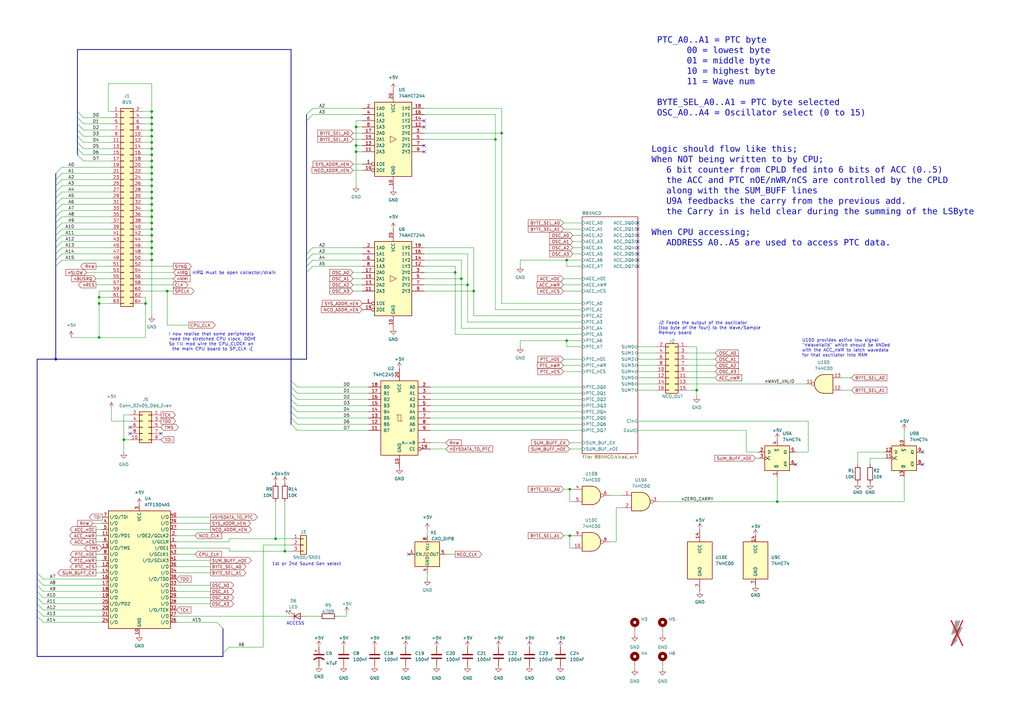
<source format=kicad_sch>
(kicad_sch (version 20250114) (generator "eeschema") (generator_version "9.0")
  (paper "A3")
  (text "Logic should flow like this;\nWhen NOT being written to by CPU;\n	6 bit counter from CPLD fed into 6 bits of ACC (0..5)\n	the ACC and PTC nOE/nWR/nCS are controlled by the CPLD\n	along with the SUM_BUFF lines\n	U9A feedbacks the carry from the previous add.\n	the Carry in is held clear during the summing of the LSByte\n\nWhen CPU accessing;\n	ADDRESS A0..A5 are used to access PTC data." (at 267.208 81.28 0) (effects (font (size 2.54 2.54)) (justify left)))
  (text "ACCESS" (at 121.158 255.778 0) (effects (font (size 1.27 1.27))))
  (text "U10D provides active low signal\n\"nWaveValid\" which should be ANDed\nwith the ACC_nWR to latch wavedata\nfor that oscillator into RAM" (at 328.93 142.748 0) (effects (font (size 1.27 1.27)) (justify left)))
  (text "1st or 2nd Sound Gen select" (at 125.73 231.394 0) (effects (font (size 1.27 1.27))))
  (text "nIRQ must be open collector/drain" (at 96.012 112.014 0) (effects (font (size 1.27 1.27))))
  (text "I now realise that some peripherals \nneed the stretched CPU clock, DOH!\nSo I'll mod wire the CPU_CLOCK on \nthe main CPU board to SP_CLK :(" (at 87.122 140.208 0) (effects (font (size 1.27 1.27))))
  (text "PTC_A0..A1 = PTC byte \n		00 = lowest byte\n		01 = middle byte\n		10 = highest byte\n		11 = Wave num\n\nBYTE_SEL_A0..A1 = PTC byte selected\nOSC_A0..A4 = Oscillator select (0 to 15)" (at 269.494 32.258 0) (effects (font (size 2.54 2.54)) (justify left)))
  (text "J2 Feeds the output of the oscillator \n(top byte of the four) to the Wave/Sample\nMemory board" (at 270.002 134.62 0) (effects (font (size 1.27 1.27)) (justify left)))
  (junction (at 62.23 58.42))
  (junction (at 62.23 106.68))
  (junction (at 191.77 116.84))
  (junction (at 62.23 55.88))
  (junction (at 62.23 81.28))
  (junction (at 62.23 88.9))
  (junction (at 62.23 91.44))
  (junction (at 62.23 93.98))
  (junction (at 62.23 66.04))
  (junction (at 146.05 52.07))
  (junction (at 22.86 147.32))
  (junction (at 40.64 121.92))
  (junction (at 62.23 83.82))
  (junction (at 194.31 119.38))
  (junction (at 62.23 78.74))
  (junction (at 62.23 104.14))
  (junction (at 68.58 119.38))
  (junction (at 62.23 60.96))
  (junction (at 285.75 160.02))
  (junction (at 113.03 220.98))
  (junction (at 59.69 124.46))
  (junction (at 62.23 73.66))
  (junction (at 205.74 54.61))
  (junction (at 233.68 219.71))
  (junction (at 186.69 111.76))
  (junction (at 62.23 53.34))
  (junction (at 62.23 96.52))
  (junction (at 318.77 205.74))
  (junction (at 50.8 180.34))
  (junction (at 62.23 45.72))
  (junction (at 40.64 138.43))
  (junction (at 62.23 101.6))
  (junction (at 146.05 59.69))
  (junction (at 232.41 106.68))
  (junction (at 62.23 48.26))
  (junction (at 189.23 114.3))
  (junction (at 62.23 99.06))
  (junction (at 40.64 124.46))
  (junction (at 116.84 226.06))
  (junction (at 62.23 71.12))
  (junction (at 146.05 62.23))
  (junction (at 62.23 86.36))
  (junction (at 62.23 68.58))
  (junction (at 62.23 63.5))
  (junction (at 233.68 200.66))
  (junction (at 232.41 139.7))
  (junction (at 203.2 57.15))
  (junction (at 62.23 50.8))
  (junction (at 62.23 76.2))
  (no_connect (at 261.62 93.98))
  (no_connect (at 173.99 59.69))
  (no_connect (at 138.43 316.23))
  (no_connect (at 326.39 190.5))
  (no_connect (at 173.99 62.23))
  (no_connect (at 261.62 96.52))
  (no_connect (at 173.99 49.53))
  (no_connect (at 167.64 227.33))
  (no_connect (at 53.34 177.8))
  (no_connect (at 261.62 91.44))
  (no_connect (at 66.04 177.8))
  (no_connect (at 261.62 109.22))
  (no_connect (at 173.99 52.07))
  (no_connect (at 261.62 104.14))
  (no_connect (at 261.62 106.68))
  (no_connect (at 378.46 190.5))
  (no_connect (at 378.46 185.42))
  (no_connect (at 261.62 101.6))
  (no_connect (at 261.62 99.06))
  (no_connect (at 53.34 175.26))
  (bus_entry (at 128.27 101.6) (size -2.54 2.54))
  (bus_entry (at 25.4 76.2) (size -2.54 2.54))
  (bus_entry (at 34.29 50.8) (size -2.54 -2.54))
  (bus_entry (at 25.4 104.14) (size -2.54 2.54))
  (bus_entry (at 25.4 91.44) (size -2.54 2.54))
  (bus_entry (at 17.78 250.19) (size -2.54 -2.54))
  (bus_entry (at 25.4 96.52) (size -2.54 2.54))
  (bus_entry (at 17.78 252.73) (size -2.54 -2.54))
  (bus_entry (at 34.29 53.34) (size -2.54 -2.54))
  (bus_entry (at 25.4 83.82) (size -2.54 2.54))
  (bus_entry (at 25.4 93.98) (size -2.54 2.54))
  (bus_entry (at 128.27 44.45) (size -2.54 2.54))
  (bus_entry (at 34.29 58.42) (size -2.54 -2.54))
  (bus_entry (at 34.29 48.26) (size -2.54 -2.54))
  (bus_entry (at 25.4 99.06) (size -2.54 2.54))
  (bus_entry (at 25.4 86.36) (size -2.54 2.54))
  (bus_entry (at 17.78 255.27) (size -2.54 -2.54))
  (bus_entry (at 34.29 60.96) (size -2.54 -2.54))
  (bus_entry (at 121.92 166.37) (size -2.54 -2.54))
  (bus_entry (at 121.92 163.83) (size -2.54 -2.54))
  (bus_entry (at 121.92 171.45) (size -2.54 -2.54))
  (bus_entry (at 17.78 245.11) (size -2.54 -2.54))
  (bus_entry (at 34.29 55.88) (size -2.54 -2.54))
  (bus_entry (at 121.92 176.53) (size -2.54 -2.54))
  (bus_entry (at 17.78 237.49) (size -2.54 -2.54))
  (bus_entry (at 88.9 255.27) (size 2.54 2.54))
  (bus_entry (at 25.4 81.28) (size -2.54 2.54))
  (bus_entry (at 121.92 158.75) (size -2.54 -2.54))
  (bus_entry (at 25.4 106.68) (size -2.54 2.54))
  (bus_entry (at 25.4 78.74) (size -2.54 2.54))
  (bus_entry (at 25.4 68.58) (size -2.54 2.54))
  (bus_entry (at 34.29 66.04) (size -2.54 -2.54))
  (bus_entry (at 17.78 247.65) (size -2.54 -2.54))
  (bus_entry (at 25.4 71.12) (size -2.54 2.54))
  (bus_entry (at 121.92 161.29) (size -2.54 -2.54))
  (bus_entry (at 25.4 88.9) (size -2.54 2.54))
  (bus_entry (at 25.4 101.6) (size -2.54 2.54))
  (bus_entry (at 128.27 46.99) (size -2.54 2.54))
  (bus_entry (at 121.92 173.99) (size -2.54 -2.54))
  (bus_entry (at 17.78 240.03) (size -2.54 -2.54))
  (bus_entry (at 17.78 242.57) (size -2.54 -2.54))
  (bus_entry (at 128.27 104.14) (size -2.54 2.54))
  (bus_entry (at 121.92 168.91) (size -2.54 -2.54))
  (bus_entry (at 34.29 63.5) (size -2.54 -2.54))
  (bus_entry (at 128.27 109.22) (size -2.54 2.54))
  (bus_entry (at 93.98 265.43) (size -2.54 2.54))
  (bus_entry (at 25.4 73.66) (size -2.54 2.54))
  (bus_entry (at 128.27 106.68) (size -2.54 2.54))
  (wire (pts (xy 260.35 259.08) (xy 260.35 260.35)))
  (wire (pts (xy 58.42 104.14) (xy 62.23 104.14)))
  (wire (pts (xy 191.77 116.84) (xy 191.77 132.08)))
  (wire (pts (xy 25.4 83.82) (xy 45.72 83.82)))
  (wire (pts (xy 281.94 160.02) (xy 285.75 160.02)))
  (wire (pts (xy 71.12 114.3) (xy 58.42 114.3)))
  (wire (pts (xy 34.29 55.88) (xy 45.72 55.88)))
  (wire (pts (xy 116.84 226.06) (xy 119.38 226.06)))
  (wire (pts (xy 25.4 86.36) (xy 45.72 86.36)))
  (wire (pts (xy 86.36 234.95) (xy 72.39 234.95)))
  (bus (pts (xy 91.44 267.97) (xy 91.44 269.24)))
  (wire (pts (xy 25.4 81.28) (xy 45.72 81.28)))
  (wire (pts (xy 34.29 58.42) (xy 45.72 58.42)))
  (wire (pts (xy 39.37 222.25) (xy 41.91 222.25)))
  (bus (pts (xy 15.24 269.24) (xy 15.24 252.73)))
  (bus (pts (xy 91.44 269.24) (xy 15.24 269.24)))
  (wire (pts (xy 231.14 200.66) (xy 233.68 200.66)))
  (wire (pts (xy 25.4 101.6) (xy 45.72 101.6)))
  (wire (pts (xy 144.78 119.38) (xy 148.59 119.38)))
  (wire (pts (xy 58.42 96.52) (xy 62.23 96.52)))
  (wire (pts (xy 261.62 144.78) (xy 269.24 144.78)))
  (bus (pts (xy 125.73 147.32) (xy 125.73 111.76)))
  (wire (pts (xy 345.44 154.94) (xy 349.25 154.94)))
  (wire (pts (xy 68.58 133.35) (xy 68.58 119.38)))
  (bus (pts (xy 119.38 161.29) (xy 119.38 163.83)))
  (wire (pts (xy 252.73 222.25) (xy 250.19 222.25)))
  (bus (pts (xy 22.86 96.52) (xy 22.86 93.98)))
  (bus (pts (xy 31.75 60.96) (xy 31.75 63.5)))
  (wire (pts (xy 318.77 195.58) (xy 318.77 205.74)))
  (wire (pts (xy 62.23 50.8) (xy 62.23 53.34)))
  (wire (pts (xy 144.78 57.15) (xy 148.59 57.15)))
  (bus (pts (xy 119.38 168.91) (xy 119.38 171.45)))
  (wire (pts (xy 234.95 99.06) (xy 238.76 99.06)))
  (bus (pts (xy 31.75 45.72) (xy 31.75 20.32)))
  (wire (pts (xy 173.99 54.61) (xy 205.74 54.61)))
  (bus (pts (xy 22.86 86.36) (xy 22.86 83.82)))
  (wire (pts (xy 232.41 109.22) (xy 232.41 106.68)))
  (wire (pts (xy 271.78 259.08) (xy 271.78 260.35)))
  (wire (pts (xy 62.23 83.82) (xy 62.23 86.36)))
  (wire (pts (xy 285.75 142.24) (xy 285.75 160.02)))
  (bus (pts (xy 22.86 78.74) (xy 22.86 76.2)))
  (wire (pts (xy 86.36 247.65) (xy 72.39 247.65)))
  (wire (pts (xy 71.12 109.22) (xy 58.42 109.22)))
  (wire (pts (xy 231.14 91.44) (xy 238.76 91.44)))
  (wire (pts (xy 146.05 62.23) (xy 146.05 59.69)))
  (wire (pts (xy 25.4 96.52) (xy 45.72 96.52)))
  (bus (pts (xy 119.38 20.32) (xy 119.38 156.21)))
  (wire (pts (xy 128.27 104.14) (xy 148.59 104.14)))
  (wire (pts (xy 121.92 158.75) (xy 151.13 158.75)))
  (wire (pts (xy 58.42 88.9) (xy 62.23 88.9)))
  (wire (pts (xy 281.94 152.4) (xy 293.37 152.4)))
  (wire (pts (xy 58.42 71.12) (xy 62.23 71.12)))
  (wire (pts (xy 146.05 52.07) (xy 148.59 52.07)))
  (wire (pts (xy 62.23 68.58) (xy 62.23 71.12)))
  (bus (pts (xy 15.24 237.49) (xy 15.24 240.03)))
  (wire (pts (xy 59.69 138.43) (xy 40.64 138.43)))
  (wire (pts (xy 62.23 48.26) (xy 62.23 50.8)))
  (wire (pts (xy 25.4 78.74) (xy 45.72 78.74)))
  (wire (pts (xy 25.4 91.44) (xy 45.72 91.44)))
  (wire (pts (xy 238.76 166.37) (xy 176.53 166.37)))
  (wire (pts (xy 285.75 160.02) (xy 285.75 162.56)))
  (wire (pts (xy 39.37 232.41) (xy 41.91 232.41)))
  (wire (pts (xy 182.88 227.33) (xy 186.69 227.33)))
  (wire (pts (xy 58.42 121.92) (xy 59.69 121.92)))
  (wire (pts (xy 121.92 168.91) (xy 151.13 168.91)))
  (wire (pts (xy 93.98 222.25) (xy 93.98 220.98)))
  (wire (pts (xy 35.56 111.76) (xy 45.72 111.76)))
  (wire (pts (xy 261.62 176.53) (xy 306.07 176.53)))
  (wire (pts (xy 261.62 172.72) (xy 331.47 172.72)))
  (wire (pts (xy 189.23 106.68) (xy 173.99 106.68)))
  (wire (pts (xy 205.74 44.45) (xy 205.74 54.61)))
  (wire (pts (xy 186.69 109.22) (xy 173.99 109.22)))
  (wire (pts (xy 39.37 114.3) (xy 45.72 114.3)))
  (wire (pts (xy 238.76 129.54) (xy 194.31 129.54)))
  (bus (pts (xy 119.38 166.37) (xy 119.38 168.91)))
  (wire (pts (xy 62.23 34.29) (xy 62.23 45.72)))
  (wire (pts (xy 17.78 237.49) (xy 41.91 237.49)))
  (wire (pts (xy 25.4 104.14) (xy 45.72 104.14)))
  (wire (pts (xy 17.78 247.65) (xy 41.91 247.65)))
  (wire (pts (xy 351.79 190.5) (xy 351.79 185.42)))
  (wire (pts (xy 271.78 273.05) (xy 271.78 274.32)))
  (wire (pts (xy 238.76 173.99) (xy 176.53 173.99)))
  (wire (pts (xy 173.99 101.6) (xy 194.31 101.6)))
  (bus (pts (xy 125.73 106.68) (xy 125.73 104.14)))
  (wire (pts (xy 261.62 147.32) (xy 269.24 147.32)))
  (bus (pts (xy 22.86 91.44) (xy 22.86 88.9)))
  (wire (pts (xy 238.76 142.24) (xy 232.41 142.24)))
  (wire (pts (xy 370.84 176.53) (xy 370.84 180.34)))
  (wire (pts (xy 182.88 181.61) (xy 176.53 181.61)))
  (wire (pts (xy 260.35 273.05) (xy 260.35 274.32)))
  (wire (pts (xy 138.43 252.73) (xy 142.24 252.73)))
  (wire (pts (xy 25.4 93.98) (xy 45.72 93.98)))
  (wire (pts (xy 62.23 58.42) (xy 62.23 60.96)))
  (wire (pts (xy 39.37 116.84) (xy 45.72 116.84)))
  (bus (pts (xy 22.86 106.68) (xy 22.86 104.14)))
  (wire (pts (xy 231.14 116.84) (xy 238.76 116.84)))
  (wire (pts (xy 17.78 252.73) (xy 41.91 252.73)))
  (wire (pts (xy 233.68 200.66) (xy 234.95 200.66)))
  (wire (pts (xy 45.72 119.38) (xy 40.64 119.38)))
  (wire (pts (xy 144.78 54.61) (xy 148.59 54.61)))
  (wire (pts (xy 121.92 173.99) (xy 151.13 173.99)))
  (wire (pts (xy 113.03 220.98) (xy 119.38 220.98)))
  (wire (pts (xy 93.98 226.06) (xy 116.84 226.06)))
  (wire (pts (xy 233.68 181.61) (xy 238.76 181.61)))
  (wire (pts (xy 238.76 168.91) (xy 176.53 168.91)))
  (wire (pts (xy 261.62 149.86) (xy 269.24 149.86)))
  (wire (pts (xy 86.36 217.17) (xy 72.39 217.17)))
  (wire (pts (xy 252.73 208.28) (xy 252.73 222.25)))
  (wire (pts (xy 318.77 205.74) (xy 370.84 205.74)))
  (wire (pts (xy 261.62 142.24) (xy 269.24 142.24)))
  (wire (pts (xy 232.41 106.68) (xy 213.36 106.68)))
  (wire (pts (xy 25.4 88.9) (xy 45.72 88.9)))
  (wire (pts (xy 58.42 91.44) (xy 62.23 91.44)))
  (wire (pts (xy 86.36 245.11) (xy 72.39 245.11)))
  (wire (pts (xy 144.78 114.3) (xy 148.59 114.3)))
  (wire (pts (xy 128.27 106.68) (xy 148.59 106.68)))
  (bus (pts (xy 119.38 158.75) (xy 119.38 161.29)))
  (wire (pts (xy 234.95 205.74) (xy 233.68 205.74)))
  (wire (pts (xy 17.78 245.11) (xy 41.91 245.11)))
  (wire (pts (xy 39.37 229.87) (xy 41.91 229.87)))
  (wire (pts (xy 17.78 240.03) (xy 41.91 240.03)))
  (wire (pts (xy 93.98 226.06) (xy 93.98 224.79)))
  (wire (pts (xy 44.45 34.29) (xy 62.23 34.29)))
  (wire (pts (xy 234.95 104.14) (xy 238.76 104.14)))
  (wire (pts (xy 58.42 55.88) (xy 62.23 55.88)))
  (wire (pts (xy 205.74 54.61) (xy 205.74 124.46)))
  (wire (pts (xy 62.23 106.68) (xy 62.23 104.14)))
  (wire (pts (xy 34.29 50.8) (xy 45.72 50.8)))
  (wire (pts (xy 173.99 119.38) (xy 194.31 119.38)))
  (wire (pts (xy 203.2 46.99) (xy 173.99 46.99)))
  (wire (pts (xy 281.94 142.24) (xy 285.75 142.24)))
  (wire (pts (xy 45.72 172.72) (xy 45.72 167.64)))
  (wire (pts (xy 203.2 127) (xy 203.2 57.15)))
  (wire (pts (xy 53.34 172.72) (xy 45.72 172.72)))
  (bus (pts (xy 31.75 48.26) (xy 31.75 50.8)))
  (wire (pts (xy 86.36 240.03) (xy 72.39 240.03)))
  (wire (pts (xy 93.98 265.43) (xy 107.95 265.43)))
  (wire (pts (xy 72.39 255.27) (xy 88.9 255.27)))
  (bus (pts (xy 91.44 257.81) (xy 91.44 267.97)))
  (wire (pts (xy 128.27 101.6) (xy 148.59 101.6)))
  (wire (pts (xy 72.39 252.73) (xy 118.11 252.73)))
  (wire (pts (xy 39.37 109.22) (xy 45.72 109.22)))
  (wire (pts (xy 58.42 119.38) (xy 68.58 119.38)))
  (wire (pts (xy 58.42 58.42) (xy 62.23 58.42)))
  (wire (pts (xy 58.42 116.84) (xy 71.12 116.84)))
  (wire (pts (xy 40.64 121.92) (xy 40.64 124.46)))
  (wire (pts (xy 58.42 78.74) (xy 62.23 78.74)))
  (wire (pts (xy 77.47 133.35) (xy 68.58 133.35)))
  (bus (pts (xy 15.24 250.19) (xy 15.24 252.73)))
  (bus (pts (xy 22.86 109.22) (xy 22.86 147.32)))
  (wire (pts (xy 62.23 53.34) (xy 62.23 55.88)))
  (bus (pts (xy 22.86 109.22) (xy 22.86 106.68)))
  (wire (pts (xy 58.42 101.6) (xy 62.23 101.6)))
  (wire (pts (xy 125.73 252.73) (xy 130.81 252.73)))
  (wire (pts (xy 58.42 99.06) (xy 62.23 99.06)))
  (bus (pts (xy 31.75 20.32) (xy 119.38 20.32)))
  (wire (pts (xy 146.05 59.69) (xy 146.05 52.07)))
  (wire (pts (xy 116.84 205.74) (xy 116.84 226.06)))
  (bus (pts (xy 22.86 93.98) (xy 22.86 91.44)))
  (bus (pts (xy 22.86 99.06) (xy 22.86 96.52)))
  (wire (pts (xy 53.34 180.34) (xy 50.8 180.34)))
  (wire (pts (xy 62.23 101.6) (xy 62.23 99.06)))
  (wire (pts (xy 59.69 124.46) (xy 59.69 138.43)))
  (wire (pts (xy 121.92 161.29) (xy 151.13 161.29)))
  (wire (pts (xy 146.05 76.2) (xy 146.05 62.23)))
  (wire (pts (xy 25.4 68.58) (xy 45.72 68.58)))
  (wire (pts (xy 72.39 224.79) (xy 93.98 224.79)))
  (wire (pts (xy 58.42 66.04) (xy 62.23 66.04)))
  (wire (pts (xy 62.23 78.74) (xy 62.23 81.28)))
  (wire (pts (xy 39.37 234.95) (xy 41.91 234.95)))
  (wire (pts (xy 331.47 172.72) (xy 331.47 185.42)))
  (wire (pts (xy 62.23 45.72) (xy 58.42 45.72)))
  (wire (pts (xy 146.05 52.07) (xy 146.05 49.53)))
  (wire (pts (xy 58.42 81.28) (xy 62.23 81.28)))
  (wire (pts (xy 62.23 45.72) (xy 62.23 48.26)))
  (wire (pts (xy 281.94 154.94) (xy 293.37 154.94)))
  (bus (pts (xy 22.86 76.2) (xy 22.86 73.66)))
  (wire (pts (xy 40.64 124.46) (xy 40.64 138.43)))
  (wire (pts (xy 25.4 73.66) (xy 45.72 73.66)))
  (wire (pts (xy 62.23 106.68) (xy 62.23 129.54)))
  (wire (pts (xy 62.23 55.88) (xy 62.23 58.42)))
  (wire (pts (xy 309.88 187.96) (xy 311.15 187.96)))
  (wire (pts (xy 306.07 185.42) (xy 311.15 185.42)))
  (wire (pts (xy 113.03 205.74) (xy 113.03 220.98)))
  (wire (pts (xy 191.77 116.84) (xy 191.77 104.14)))
  (wire (pts (xy 231.14 147.32) (xy 238.76 147.32)))
  (wire (pts (xy 62.23 60.96) (xy 62.23 63.5)))
  (wire (pts (xy 281.94 157.48) (xy 330.2 157.48)))
  (wire (pts (xy 281.94 149.86) (xy 293.37 149.86)))
  (wire (pts (xy 58.42 76.2) (xy 62.23 76.2)))
  (wire (pts (xy 34.29 53.34) (xy 45.72 53.34)))
  (wire (pts (xy 186.69 111.76) (xy 186.69 109.22)))
  (wire (pts (xy 86.36 229.87) (xy 72.39 229.87)))
  (wire (pts (xy 194.31 119.38) (xy 194.31 101.6)))
  (wire (pts (xy 238.76 176.53) (xy 176.53 176.53)))
  (wire (pts (xy 186.69 137.16) (xy 238.76 137.16)))
  (bus (pts (xy 15.24 234.95) (xy 15.24 237.49)))
  (wire (pts (xy 58.42 106.68) (xy 62.23 106.68)))
  (wire (pts (xy 142.24 251.46) (xy 142.24 252.73)))
  (bus (pts (xy 15.24 147.32) (xy 15.24 234.95)))
  (wire (pts (xy 86.36 214.63) (xy 72.39 214.63)))
  (bus (pts (xy 15.24 240.03) (xy 15.24 242.57)))
  (wire (pts (xy 281.94 147.32) (xy 293.37 147.32)))
  (wire (pts (xy 189.23 114.3) (xy 189.23 106.68)))
  (bus (pts (xy 22.86 81.28) (xy 22.86 78.74)))
  (wire (pts (xy 62.23 93.98) (xy 62.23 91.44)))
  (wire (pts (xy 186.69 111.76) (xy 186.69 137.16)))
  (wire (pts (xy 233.68 184.15) (xy 238.76 184.15)))
  (wire (pts (xy 173.99 116.84) (xy 191.77 116.84)))
  (wire (pts (xy 173.99 44.45) (xy 205.74 44.45)))
  (wire (pts (xy 128.27 46.99) (xy 148.59 46.99)))
  (wire (pts (xy 231.14 119.38) (xy 238.76 119.38)))
  (wire (pts (xy 233.68 205.74) (xy 233.68 200.66)))
  (wire (pts (xy 58.42 86.36) (xy 62.23 86.36)))
  (wire (pts (xy 25.4 71.12) (xy 45.72 71.12)))
  (wire (pts (xy 62.23 66.04) (xy 62.23 68.58)))
  (wire (pts (xy 238.76 106.68) (xy 232.41 106.68)))
  (wire (pts (xy 25.4 106.68) (xy 45.72 106.68)))
  (bus (pts (xy 22.86 104.14) (xy 22.86 101.6)))
  (wire (pts (xy 50.8 180.34) (xy 50.8 170.18)))
  (wire (pts (xy 40.64 119.38) (xy 40.64 121.92)))
  (wire (pts (xy 121.92 176.53) (xy 151.13 176.53)))
  (wire (pts (xy 86.36 242.57) (xy 72.39 242.57)))
  (wire (pts (xy 238.76 127) (xy 203.2 127)))
  (wire (pts (xy 146.05 62.23) (xy 148.59 62.23)))
  (wire (pts (xy 62.23 99.06) (xy 62.23 96.52)))
  (wire (pts (xy 306.07 176.53) (xy 306.07 185.42)))
  (wire (pts (xy 261.62 157.48) (xy 269.24 157.48)))
  (wire (pts (xy 213.36 139.7) (xy 213.36 142.24)))
  (wire (pts (xy 62.23 63.5) (xy 62.23 66.04)))
  (wire (pts (xy 270.51 205.74) (xy 318.77 205.74)))
  (wire (pts (xy 62.23 86.36) (xy 62.23 88.9)))
  (wire (pts (xy 238.76 171.45) (xy 176.53 171.45)))
  (wire (pts (xy 121.92 163.83) (xy 151.13 163.83)))
  (wire (pts (xy 238.76 132.08) (xy 191.77 132.08)))
  (bus (pts (xy 22.86 73.66) (xy 22.86 71.12)))
  (wire (pts (xy 45.72 121.92) (xy 40.64 121.92)))
  (wire (pts (xy 39.37 227.33) (xy 41.91 227.33)))
  (wire (pts (xy 173.99 114.3) (xy 189.23 114.3)))
  (bus (pts (xy 119.38 156.21) (xy 119.38 158.75)))
  (bus (pts (xy 31.75 53.34) (xy 31.75 55.88)))
  (wire (pts (xy 39.37 219.71) (xy 41.91 219.71)))
  (wire (pts (xy 232.41 142.24) (xy 232.41 139.7)))
  (wire (pts (xy 62.23 73.66) (xy 62.23 76.2)))
  (wire (pts (xy 356.87 187.96) (xy 356.87 190.5)))
  (wire (pts (xy 58.42 93.98) (xy 62.23 93.98)))
  (wire (pts (xy 34.29 48.26) (xy 45.72 48.26)))
  (wire (pts (xy 58.42 48.26) (xy 62.23 48.26)))
  (wire (pts (xy 58.42 73.66) (xy 62.23 73.66)))
  (bus (pts (xy 125.73 109.22) (xy 125.73 106.68)))
  (bus (pts (xy 15.24 245.11) (xy 15.24 247.65)))
  (wire (pts (xy 363.22 187.96) (xy 356.87 187.96)))
  (wire (pts (xy 58.42 83.82) (xy 62.23 83.82)))
  (wire (pts (xy 17.78 242.57) (xy 41.91 242.57)))
  (wire (pts (xy 50.8 170.18) (xy 53.34 170.18)))
  (wire (pts (xy 261.62 152.4) (xy 269.24 152.4)))
  (wire (pts (xy 238.76 158.75) (xy 176.53 158.75)))
  (wire (pts (xy 93.98 220.98) (xy 113.03 220.98)))
  (wire (pts (xy 62.23 104.14) (xy 62.23 101.6)))
  (wire (pts (xy 331.47 185.42) (xy 326.39 185.42)))
  (wire (pts (xy 238.76 139.7) (xy 232.41 139.7)))
  (wire (pts (xy 39.37 217.17) (xy 41.91 217.17)))
  (wire (pts (xy 203.2 57.15) (xy 203.2 46.99)))
  (wire (pts (xy 281.94 144.78) (xy 293.37 144.78)))
  (wire (pts (xy 144.78 116.84) (xy 148.59 116.84)))
  (bus (pts (xy 119.38 163.83) (xy 119.38 166.37)))
  (wire (pts (xy 40.64 124.46) (xy 45.72 124.46)))
  (wire (pts (xy 80.01 227.33) (xy 72.39 227.33)))
  (wire (pts (xy 121.92 166.37) (xy 151.13 166.37)))
  (bus (pts (xy 125.73 49.53) (xy 125.73 104.14)))
  (wire (pts (xy 351.79 185.42) (xy 363.22 185.42)))
  (wire (pts (xy 234.95 224.79) (xy 233.68 224.79)))
  (wire (pts (xy 71.12 111.76) (xy 58.42 111.76)))
  (wire (pts (xy 107.95 223.52) (xy 107.95 265.43)))
  (wire (pts (xy 146.05 49.53) (xy 148.59 49.53)))
  (bus (pts (xy 31.75 55.88) (xy 31.75 58.42)))
  (wire (pts (xy 68.58 119.38) (xy 71.12 119.38)))
  (bus (pts (xy 31.75 50.8) (xy 31.75 53.34)))
  (wire (pts (xy 58.42 124.46) (xy 59.69 124.46)))
  (wire (pts (xy 58.42 60.96) (xy 62.23 60.96)))
  (bus (pts (xy 125.73 111.76) (xy 125.73 109.22)))
  (wire (pts (xy 121.92 171.45) (xy 151.13 171.45)))
  (bus (pts (xy 15.24 242.57) (xy 15.24 245.11)))
  (wire (pts (xy 25.4 99.06) (xy 45.72 99.06)))
  (bus (pts (xy 22.86 83.82) (xy 22.86 81.28)))
  (wire (pts (xy 34.29 66.04) (xy 45.72 66.04)))
  (wire (pts (xy 238.76 161.29) (xy 176.53 161.29)))
  (wire (pts (xy 17.78 250.19) (xy 41.91 250.19)))
  (wire (pts (xy 173.99 57.15) (xy 203.2 57.15)))
  (bus (pts (xy 125.73 46.99) (xy 125.73 49.53)))
  (wire (pts (xy 231.14 93.98) (xy 238.76 93.98)))
  (wire (pts (xy 62.23 81.28) (xy 62.23 83.82)))
  (wire (pts (xy 205.74 124.46) (xy 238.76 124.46)))
  (wire (pts (xy 234.95 101.6) (xy 238.76 101.6)))
  (wire (pts (xy 191.77 104.14) (xy 173.99 104.14)))
  (wire (pts (xy 233.68 224.79) (xy 233.68 219.71)))
  (wire (pts (xy 34.29 60.96) (xy 45.72 60.96)))
  (wire (pts (xy 62.23 76.2) (xy 62.23 78.74)))
  (wire (pts (xy 25.4 76.2) (xy 45.72 76.2)))
  (wire (pts (xy 44.45 45.72) (xy 44.45 34.29)))
  (bus (pts (xy 119.38 171.45) (xy 119.38 173.99)))
  (wire (pts (xy 232.41 139.7) (xy 213.36 139.7)))
  (wire (pts (xy 128.27 44.45) (xy 148.59 44.45)))
  (wire (pts (xy 80.01 219.71) (xy 72.39 219.71)))
  (wire (pts (xy 189.23 134.62) (xy 238.76 134.62)))
  (wire (pts (xy 107.95 223.52) (xy 119.38 223.52)))
  (wire (pts (xy 175.26 234.95) (xy 175.26 237.49)))
  (wire (pts (xy 175.26 217.17) (xy 175.26 219.71)))
  (wire (pts (xy 59.69 121.92) (xy 59.69 124.46)))
  (wire (pts (xy 58.42 50.8) (xy 62.23 50.8)))
  (bus (pts (xy 22.86 88.9) (xy 22.86 86.36)))
  (wire (pts (xy 50.8 185.42) (xy 50.8 180.34)))
  (wire (pts (xy 144.78 67.31) (xy 148.59 67.31)))
  (wire (pts (xy 238.76 109.22) (xy 232.41 109.22)))
  (wire (pts (xy 146.05 59.69) (xy 148.59 59.69)))
  (wire (pts (xy 238.76 163.83) (xy 176.53 163.83)))
  (wire (pts (xy 231.14 149.86) (xy 238.76 149.86)))
  (wire (pts (xy 194.31 119.38) (xy 194.31 129.54)))
  (wire (pts (xy 233.68 219.71) (xy 234.95 219.71)))
  (bus (pts (xy 22.86 101.6) (xy 22.86 99.06)))
  (bus (pts (xy 15.24 147.32) (xy 22.86 147.32)))
  (wire (pts (xy 58.42 68.58) (xy 62.23 68.58)))
  (wire (pts (xy 370.84 195.58) (xy 370.84 205.74)))
  (wire (pts (xy 86.36 232.41) (xy 72.39 232.41)))
  (wire (pts (xy 58.42 63.5) (xy 62.23 63.5)))
  (wire (pts (xy 255.27 208.28) (xy 252.73 208.28)))
  (wire (pts (xy 45.72 45.72) (xy 44.45 45.72)))
  (wire (pts (xy 17.78 255.27) (xy 41.91 255.27)))
  (wire (pts (xy 62.23 96.52) (xy 62.23 93.98)))
  (wire (pts (xy 234.95 96.52) (xy 238.76 96.52)))
  (wire (pts (xy 189.23 114.3) (xy 189.23 134.62)))
  (wire (pts (xy 213.36 106.68) (xy 213.36 109.22)))
  (wire (pts (xy 38.1 214.63) (xy 41.91 214.63)))
  (wire (pts (xy 144.78 69.85) (xy 148.59 69.85)))
  (bus (pts (xy 31.75 45.72) (xy 31.75 48.26)))
  (wire (pts (xy 62.23 88.9) (xy 62.23 91.44)))
  (wire (pts (xy 261.62 154.94) (xy 269.24 154.94)))
  (wire (pts (xy 40.64 138.43) (xy 29.21 138.43)))
  (bus (pts (xy 22.86 147.32) (xy 125.73 147.32)))
  (wire (pts (xy 345.44 160.02) (xy 349.25 160.02)))
  (wire (pts (xy 58.42 53.34) (xy 62.23 53.34)))
  (wire (pts (xy 231.14 114.3) (xy 238.76 114.3)))
  (wire (pts (xy 34.29 63.5) (xy 45.72 63.5)))
  (wire (pts (xy 261.62 160.02) (xy 269.24 160.02)))
  (wire (pts (xy 231.14 219.71) (xy 233.68 219.71)))
  (wire (pts (xy 231.14 152.4) (xy 238.76 152.4)))
  (wire (pts (xy 72.39 212.09) (xy 86.36 212.09)))
  (wire (pts (xy 182.88 184.15) (xy 176.53 184.15)))
  (wire (pts (xy 173.99 111.76) (xy 186.69 111.76)))
  (wire (pts (xy 62.23 71.12) (xy 62.23 73.66)))
  (wire (pts (xy 72.39 222.25) (xy 93.98 222.25)))
  (bus (pts (xy 31.75 58.42) (xy 31.75 60.96)))
  (wire (pts (xy 144.78 111.76) (xy 148.59 111.76)))
  (bus (pts (xy 15.24 247.65) (xy 15.24 250.19)))
  (wire (pts (xy 128.27 109.22) (xy 148.59 109.22)))
  (wire (pts (xy 250.19 203.2) (xy 255.27 203.2)))
  (label "D4" (at 40.64 58.42 180))
  (label "A6" (at 30.48 83.82 180))
  (label "D0" (at 40.64 48.26 180))
  (label "A4" (at 133.35 106.68 180))
  (label "D5" (at 40.64 60.96 180))
  (label "A8" (at 30.48 88.9 180))
  (label "D7" (at 143.51 176.53 180))
  (label "A14" (at 22.86 255.27 180))
  (label "D3" (at 143.51 166.37 180))
  (label "D0" (at 143.51 158.75 180))
  (label "A6" (at 100.33 265.43 180))
  (label "D2" (at 143.51 163.83 180))
  (label "A2" (at 133.35 101.6 180))
  (label "A10" (at 30.48 93.98 180))
  (label "A12" (at 22.86 250.19 180))
  (label "A5" (at 30.48 81.28 180))
  (label "A2" (at 133.35 44.45 180))
  (label "A14" (at 30.48 104.14 180))
  (label "nWAVE_VALID" (at 313.69 157.48 0))
  (label "A11" (at 30.48 96.52 180))
  (label "A13" (at 22.86 252.73 180))
  (label "A12" (at 30.48 99.06 180))
  (label "D6" (at 40.64 63.5 180))
  (label "D4" (at 143.51 168.91 180))
  (label "A8" (at 22.86 240.03 180))
  (label "D1" (at 143.51 161.29 180))
  (label "A4" (at 30.48 78.74 180))
  (label "A10" (at 22.86 245.11 180))
  (label "A7" (at 30.48 86.36 180))
  (label "A9" (at 22.86 242.57 180))
  (label "D6" (at 143.51 173.99 180))
  (label "A0" (at 30.48 68.58 180))
  (label "A7" (at 22.86 237.49 180))
  (label "A15" (at 30.48 106.68 180))
  (label "A11" (at 22.86 247.65 180))
  (label "A13" (at 30.48 101.6 180))
  (label "A3" (at 133.35 104.14 180))
  (label "D7" (at 40.64 66.04 180))
  (label "D3" (at 40.64 55.88 180))
  (label "A3" (at 133.35 46.99 180))
  (label "D2" (at 40.64 53.34 180))
  (label "D5" (at 143.51 171.45 180))
  (label "D1" (at 40.64 50.8 180))
  (label "A1" (at 30.48 71.12 180))
  (label "A2" (at 30.48 73.66 180))
  (label "A15" (at 82.55 255.27 180))
  (label "A3" (at 30.48 76.2 180))
  (label "nZERO_CARRY" (at 279.4 205.74 0))
  (label "A9" (at 30.48 91.44 180))
  (label "A5" (at 133.35 109.22 180))
  (global_label "BYTE_SEL_A1" (shape input) (at 349.25 160.02 0) (property "Intersheetrefs" "${INTERSHEET_REFS}" (effects (hide yes))))
  (global_label "NCO_ADDR_nEN" (shape input) (at 144.78 69.85 180) (property "Intersheetrefs" "${INTERSHEET_REFS}" (effects (hide yes))))
  (global_label "BYTE_SEL_A0" (shape input) (at 231.14 91.44 180) (property "Intersheetrefs" "${INTERSHEET_REFS}" (effects (hide yes))))
  (global_label "OSC_A1" (shape input) (at 144.78 114.3 180) (property "Intersheetrefs" "${INTERSHEET_REFS}" (effects (hide yes))))
  (global_label "ACC_nWR" (shape input) (at 231.14 116.84 180) (property "Intersheetrefs" "${INTERSHEET_REFS}" (effects (hide yes))))
  (global_label "TCK" (shape input) (at 72.39 250.19 0) (property "Intersheetrefs" "${INTERSHEET_REFS}" (effects (hide yes))))
  (global_label "BYTE_SEL_A1" (shape input) (at 231.14 219.71 180) (property "Intersheetrefs" "${INTERSHEET_REFS}" (effects (hide yes))))
  (global_label "NCO_ADDR_nEN" (shape output) (at 86.36 217.17 0) (property "Intersheetrefs" "${INTERSHEET_REFS}" (effects (hide yes))))
  (global_label "CPU_CLK" (shape input) (at 80.01 227.33 0) (property "Intersheetrefs" "${INTERSHEET_REFS}" (effects (hide yes))))
  (global_label "TDO" (shape input) (at 72.39 237.49 0) (property "Intersheetrefs" "${INTERSHEET_REFS}" (effects (hide yes))))
  (global_label "OSC_A3" (shape output) (at 86.36 247.65 0) (property "Intersheetrefs" "${INTERSHEET_REFS}" (effects (hide yes))))
  (global_label "TMS" (shape bidirectional) (at 66.04 175.26 0) (property "Intersheetrefs" "${INTERSHEET_REFS}" (effects (hide yes))))
  (global_label "SUM_BUFF_nOE" (shape output) (at 86.36 229.87 0) (property "Intersheetrefs" "${INTERSHEET_REFS}" (effects (hide yes))))
  (global_label "BYTE_SEL_A1" (shape output) (at 86.36 234.95 0) (property "Intersheetrefs" "${INTERSHEET_REFS}" (effects (hide yes))))
  (global_label "PTC_nWR" (shape input) (at 231.14 149.86 180) (property "Intersheetrefs" "${INTERSHEET_REFS}" (effects (hide yes))))
  (global_label "nSYSDATA_TO_PTC" (shape output) (at 86.36 212.09 0) (property "Intersheetrefs" "${INTERSHEET_REFS}" (effects (hide yes))))
  (global_label "TCK" (shape output) (at 66.04 170.18 0) (property "Intersheetrefs" "${INTERSHEET_REFS}" (effects (hide yes))))
  (global_label "BYTE_SEL_A1" (shape input) (at 231.14 93.98 180) (property "Intersheetrefs" "${INTERSHEET_REFS}" (effects (hide yes))))
  (global_label "TDO" (shape output) (at 66.04 172.72 0) (property "Intersheetrefs" "${INTERSHEET_REFS}" (effects (hide yes))))
  (global_label "OSC_A2" (shape input) (at 234.95 101.6 180) (property "Intersheetrefs" "${INTERSHEET_REFS}" (effects (hide yes))))
  (global_label "nBUSRQ" (shape input) (at 39.37 114.3 180) (property "Intersheetrefs" "${INTERSHEET_REFS}" (effects (hide yes))))
  (global_label "OSC_A2" (shape input) (at 293.37 149.86 0) (property "Intersheetrefs" "${INTERSHEET_REFS}" (effects (hide yes))))
  (global_label "CPU_CLK" (shape output) (at 77.47 133.35 0) (property "Intersheetrefs" "${INTERSHEET_REFS}" (effects (hide yes))))
  (global_label "OSC_A0" (shape input) (at 144.78 111.76 180) (property "Intersheetrefs" "${INTERSHEET_REFS}" (effects (hide yes))))
  (global_label "SYS_ADDR_nEN" (shape input) (at 144.78 67.31 180) (property "Intersheetrefs" "${INTERSHEET_REFS}" (effects (hide yes))))
  (global_label "TMS" (shape bidirectional) (at 41.91 224.79 180) (property "Intersheetrefs" "${INTERSHEET_REFS}" (effects (hide yes))))
  (global_label "ACC_nWR" (shape input) (at 293.37 154.94 0) (property "Intersheetrefs" "${INTERSHEET_REFS}" (effects (hide yes))))
  (global_label "OSC_A2" (shape input) (at 144.78 116.84 180) (property "Intersheetrefs" "${INTERSHEET_REFS}" (effects (hide yes))))
  (global_label "BYTE_SEL_A0" (shape input) (at 349.25 154.94 0) (property "Intersheetrefs" "${INTERSHEET_REFS}" (effects (hide yes))))
  (global_label "CLK" (shape output) (at 71.12 116.84 0) (property "Intersheetrefs" "${INTERSHEET_REFS}" (effects (hide yes))))
  (global_label "SUM_BUFF_CK" (shape output) (at 39.37 234.95 180) (property "Intersheetrefs" "${INTERSHEET_REFS}" (effects (hide yes))))
  (global_label "OSC_A3" (shape input) (at 293.37 152.4 0) (property "Intersheetrefs" "${INTERSHEET_REFS}" (effects (hide yes))))
  (global_label "nSLOW" (shape input) (at 35.56 111.76 180) (property "Intersheetrefs" "${INTERSHEET_REFS}" (effects (hide yes))))
  (global_label "BYTE_SEL_A0" (shape input) (at 144.78 54.61 180) (property "Intersheetrefs" "${INTERSHEET_REFS}" (effects (hide yes))))
  (global_label "RnW" (shape input) (at 38.1 214.63 180) (property "Intersheetrefs" "${INTERSHEET_REFS}" (effects (hide yes))))
  (global_label "ACC_nCS" (shape input) (at 231.14 119.38 180) (property "Intersheetrefs" "${INTERSHEET_REFS}" (effects (hide yes))))
  (global_label "OSC_A0" (shape output) (at 86.36 240.03 0) (property "Intersheetrefs" "${INTERSHEET_REFS}" (effects (hide yes))))
  (global_label "OSC_A2" (shape output) (at 86.36 245.11 0) (property "Intersheetrefs" "${INTERSHEET_REFS}" (effects (hide yes))))
  (global_label "PTC_nCS" (shape output) (at 39.37 232.41 180) (property "Intersheetrefs" "${INTERSHEET_REFS}" (effects (hide yes))))
  (global_label "nSYSDATA_TO_PTC" (shape input) (at 182.88 184.15 0) (property "Intersheetrefs" "${INTERSHEET_REFS}" (effects (hide yes))))
  (global_label "ACC_nOE" (shape output) (at 39.37 217.17 180) (property "Intersheetrefs" "${INTERSHEET_REFS}" (effects (hide yes))))
  (global_label "nNMI" (shape input) (at 71.12 114.3 0) (property "Intersheetrefs" "${INTERSHEET_REFS}" (effects (hide yes))))
  (global_label "ACC_nWR" (shape output) (at 39.37 219.71 180) (property "Intersheetrefs" "${INTERSHEET_REFS}" (effects (hide yes))))
  (global_label "SUM_BUFF_nOE" (shape input) (at 233.68 184.15 180) (property "Intersheetrefs" "${INTERSHEET_REFS}" (effects (hide yes))))
  (global_label "SUM_BUFF_CK" (shape input) (at 233.68 181.61 180) (property "Intersheetrefs" "${INTERSHEET_REFS}" (effects (hide yes))))
  (global_label "NCO_CLK" (shape input) (at 80.01 219.71 0) (property "Intersheetrefs" "${INTERSHEET_REFS}" (effects (hide yes))))
  (global_label "RnW" (shape output) (at 39.37 109.22 180) (property "Intersheetrefs" "${INTERSHEET_REFS}" (effects (hide yes))))
  (global_label "NCO_ADDR_nEN" (shape input) (at 148.59 127 180) (property "Intersheetrefs" "${INTERSHEET_REFS}" (effects (hide yes))))
  (global_label "nIRQ" (shape input) (at 71.12 111.76 0) (property "Intersheetrefs" "${INTERSHEET_REFS}" (effects (hide yes))))
  (global_label "OSC_A0" (shape input) (at 234.95 96.52 180) (property "Intersheetrefs" "${INTERSHEET_REFS}" (effects (hide yes))))
  (global_label "ACC_nCS" (shape output) (at 39.37 222.25 180) (property "Intersheetrefs" "${INTERSHEET_REFS}" (effects (hide yes))))
  (global_label "SYNQ" (shape output) (at 71.12 109.22 0) (property "Intersheetrefs" "${INTERSHEET_REFS}" (effects (hide yes))))
  (global_label "OSC_A1" (shape output) (at 86.36 242.57 0) (property "Intersheetrefs" "${INTERSHEET_REFS}" (effects (hide yes))))
  (global_label "TDI" (shape output) (at 41.91 212.09 180) (property "Intersheetrefs" "${INTERSHEET_REFS}" (effects (hide yes))))
  (global_label "OSC_A1" (shape input) (at 293.37 147.32 0) (property "Intersheetrefs" "${INTERSHEET_REFS}" (effects (hide yes))))
  (global_label "TDI" (shape input) (at 66.04 180.34 0) (property "Intersheetrefs" "${INTERSHEET_REFS}" (effects (hide yes))))
  (global_label "BYTE_SEL_A0" (shape output) (at 86.36 232.41 0) (property "Intersheetrefs" "${INTERSHEET_REFS}" (effects (hide yes))))
  (global_label "SYS_ADDR_nEN" (shape input) (at 148.59 124.46 180) (property "Intersheetrefs" "${INTERSHEET_REFS}" (effects (hide yes))))
  (global_label "PTC_nOE" (shape input) (at 231.14 147.32 180) (property "Intersheetrefs" "${INTERSHEET_REFS}" (effects (hide yes))))
  (global_label "NCO_CLK" (shape output) (at 186.69 227.33 0) (property "Intersheetrefs" "${INTERSHEET_REFS}" (effects (hide yes))))
  (global_label "BYTE_SEL_A1" (shape input) (at 144.78 57.15 180) (property "Intersheetrefs" "${INTERSHEET_REFS}" (effects (hide yes))))
  (global_label "OSC_A0" (shape input) (at 293.37 144.78 0) (property "Intersheetrefs" "${INTERSHEET_REFS}" (effects (hide yes))))
  (global_label "SYS_ADDR_nEN" (shape output) (at 86.36 214.63 0) (property "Intersheetrefs" "${INTERSHEET_REFS}" (effects (hide yes))))
  (global_label "PTC_nCS" (shape input) (at 231.14 152.4 180) (property "Intersheetrefs" "${INTERSHEET_REFS}" (effects (hide yes))))
  (global_label "OSC_A3" (shape input) (at 234.95 104.14 180) (property "Intersheetrefs" "${INTERSHEET_REFS}" (effects (hide yes))))
  (global_label "nRES" (shape output) (at 39.37 116.84 180) (property "Intersheetrefs" "${INTERSHEET_REFS}" (effects (hide yes))))
  (global_label "SUM_BUFF_nOE" (shape input) (at 309.88 187.96 180) (property "Intersheetrefs" "${INTERSHEET_REFS}" (effects (hide yes))))
  (global_label "OSC_A1" (shape input) (at 234.95 99.06 180) (property "Intersheetrefs" "${INTERSHEET_REFS}" (effects (hide yes))))
  (global_label "PTC_nOE" (shape output) (at 39.37 227.33 180) (property "Intersheetrefs" "${INTERSHEET_REFS}" (effects (hide yes))))
  (global_label "SPCLK" (shape output) (at 71.12 119.38 0) (property "Intersheetrefs" "${INTERSHEET_REFS}" (effects (hide yes))))
  (global_label "RnW" (shape input) (at 182.88 181.61 0) (property "Intersheetrefs" "${INTERSHEET_REFS}" (effects (hide yes))))
  (global_label "ACC_nOE" (shape input) (at 231.14 114.3 180) (property "Intersheetrefs" "${INTERSHEET_REFS}" (effects (hide yes))))
  (global_label "OSC_A3" (shape input) (at 144.78 119.38 180) (property "Intersheetrefs" "${INTERSHEET_REFS}" (effects (hide yes))))
  (global_label "PTC_nWR" (shape output) (at 39.37 229.87 180) (property "Intersheetrefs" "${INTERSHEET_REFS}" (effects (hide yes))))
  (global_label "BYTE_SEL_A0" (shape input) (at 231.14 200.66 180) (property "Intersheetrefs" "${INTERSHEET_REFS}" (effects (hide yes))))
  (symbol (lib_id "Device:C") (at 191.77 269.24 0) (unit 1)
    (property "Reference" "C21" (at 195.58 267.9699 0) (effects (justify left)))
    (property "Value" "100nF" (at 195.58 270.5099 0) (effects (justify left)))
    (property "Footprint" "Capacitor_SMD:C_0805_2012Metric" (effects (hide yes)))
    (property "Description" "Unpolarized capacitor" (effects (hide yes)))
  )
  (symbol (lib_id "Device:C") (at 153.67 269.24 0) (unit 1)
    (property "Reference" "C18" (at 157.48 267.9699 0) (effects (justify left)))
    (property "Value" "100nF" (at 157.48 270.5099 0) (effects (justify left)))
    (property "Footprint" "Capacitor_SMD:C_0805_2012Metric" (effects (hide yes)))
    (property "Description" "Unpolarized capacitor" (effects (hide yes)))
  )
  (symbol (lib_id "power:+5V") (at 113.03 198.12 0) (unit 1)
    (property "Reference" "#PWR0100" (effects (hide yes)))
    (property "Value" "+5V" (at 113.03 194.31 0))
  )
  (symbol (lib_id "power:+5V") (at 57.15 207.01 0) (unit 1)
    (property "Reference" "#PWR037" (effects (hide yes)))
    (property "Value" "+5V" (at 57.15 201.93 0))
  )
  (symbol (lib_id "power:GND") (at 140.97 273.05 0) (unit 1)
    (property "Reference" "#PWR025" (effects (hide yes)))
    (property "Value" "GND" (at 140.97 278.13 0))
  )
  (symbol (lib_id "power:GND") (at 153.67 273.05 0) (unit 1)
    (property "Reference" "#PWR0107" (effects (hide yes)))
    (property "Value" "GND" (at 153.67 278.13 0))
  )
  (symbol (lib_id "power:+5V") (at 166.37 265.43 0) (unit 1)
    (property "Reference" "#PWR0108" (effects (hide yes)))
    (property "Value" "+5V" (at 166.37 261.62 0))
  )
  (symbol (lib_id "power:GND") (at 260.35 260.35 0) (unit 1)
    (property "Reference" "#PWR03" (effects (hide yes)))
    (property "Value" "GND" (at 260.35 265.43 0))
    (property "Description" "Power symbol creates a global label with name \"GND\" , ground" (effects (hide yes)))
  )
  (symbol (lib_id "power:GND") (at 271.78 260.35 0) (unit 1)
    (property "Reference" "#PWR05" (effects (hide yes)))
    (property "Value" "GND" (at 271.78 265.43 0))
    (property "Description" "Power symbol creates a global label with name \"GND\" , ground" (effects (hide yes)))
  )
  (symbol (lib_id "power:GND") (at 175.26 237.49 0) (unit 1)
    (property "Reference" "#PWR0105" (effects (hide yes)))
    (property "Value" "GND" (at 175.26 242.0525 0))
  )
  (symbol (lib_id "power:+5V") (at 116.84 198.12 0) (unit 1)
    (property "Reference" "#PWR0101" (effects (hide yes)))
    (property "Value" "+5V" (at 116.84 194.31 0))
  )
  (symbol (lib_id "power:GND") (at 179.07 273.05 0) (unit 1)
    (property "Reference" "#PWR0111" (effects (hide yes)))
    (property "Value" "GND" (at 179.07 278.13 0))
  )
  (symbol (lib_id "power:+5V") (at 175.26 217.17 0) (unit 1)
    (property "Reference" "#PWR0104" (effects (hide yes)))
    (property "Value" "+5V" (at 175.26 212.09 0))
  )
  (symbol (lib_id "power:+5V") (at 161.29 36.83 0) (unit 1)
    (property "Reference" "#PWR036" (effects (hide yes)))
    (property "Value" "+5V" (at 161.29 31.75 0))
  )
  (symbol (lib_id "power:GND") (at 356.87 198.12 0) (mirror y) (unit 1)
    (property "Reference" "#PWR049" (effects (hide yes)))
    (property "Value" "GND" (at 356.87 201.93 0))
  )
  (symbol (lib_id "power:GND") (at 309.88 240.03 0) (unit 1)
    (property "Reference" "#PWR041" (effects (hide yes)))
    (property "Value" "GND" (at 309.88 244.094 0))
  )
  (symbol (lib_id "PaulasKiCAD:ATF1502AS_PLCC") (at 55.88 224.79 0) (unit 1)
    (property "Reference" "U4" (at 59.2933 204.47 0) (effects (justify left)))
    (property "Value" "ATF1504AS" (at 59.2933 207.01 0) (effects (justify left)))
    (property "Footprint" "Package_LCC:PLCC-44_THT-Socket" (effects (hide yes)))
  )
  (symbol (lib_id "Device:R") (at 113.03 201.93 0) (mirror y) (unit 1)
    (property "Reference" "R9" (at 111.76 200.66 0) (effects (justify left)))
    (property "Value" "10K" (at 111.76 203.2 0) (effects (justify left)))
    (property "Footprint" "Resistor_SMD:R_0603_1608Metric_Pad0.98x0.95mm_HandSolder" (effects (hide yes)))
  )
  (symbol (lib_id "74xx:74HC00") (at 287.02 229.87 0) (unit 5)
    (property "Reference" "U10" (at 293.37 228.5999 0) (effects (justify left)))
    (property "Value" "74HC00" (at 293.37 231.1399 0) (effects (justify left)))
    (property "Footprint" "Package_DIP:DIP-14_W7.62mm" (effects (hide yes)))
    (property "Datasheet" "http://www.ti.com/lit/gpn/sn74hc00" (effects (hide yes)))
    (property "Description" "quad 2-input NAND gate" (effects (hide yes)))
  )
  (symbol (lib_id "Device:C") (at 204.47 269.24 0) (unit 1)
    (property "Reference" "C22" (at 208.28 267.9699 0) (effects (justify left)))
    (property "Value" "100nF" (at 208.28 270.5099 0) (effects (justify left)))
    (property "Footprint" "Capacitor_SMD:C_0805_2012Metric" (effects (hide yes)))
    (property "Description" "Unpolarized capacitor" (effects (hide yes)))
  )
  (symbol (lib_id "power:+5V") (at 287.02 217.17 0) (unit 1)
    (property "Reference" "#PWR047" (effects (hide yes)))
    (property "Value" "+5V" (at 287.02 213.36 0))
  )
  (symbol (lib_id "Connector_Generic:Conn_02x05_Odd_Even") (at 60.96 175.26 0) (mirror y) (unit 1)
    (property "Reference" "J5" (at 59.69 163.83 0))
    (property "Value" "Conn_02x05_Odd_Even" (at 59.69 166.37 0))
    (property "Footprint" "Connector_PinHeader_2.54mm:PinHeader_2x05_P2.54mm_Vertical" (effects (hide yes)))
    (property "Description" "Generic connector, double row, 02x05, odd/even pin numbering scheme (row 1 odd numbers, row 2 even numbers), script generated (kicad-library-utils/schlib/autogen/connector/)" (effects (hide yes)))
  )
  (symbol (lib_id "Device:R") (at 116.84 201.93 0) (unit 1)
    (property "Reference" "R14" (at 118.11 200.66 0) (effects (justify left)))
    (property "Value" "10K" (at 118.11 203.2 0) (effects (justify left)))
    (property "Footprint" "Resistor_SMD:R_0603_1608Metric_Pad0.98x0.95mm_HandSolder" (effects (hide yes)))
  )
  (symbol (lib_id "Device:R") (at 134.62 252.73 90) (unit 1)
    (property "Reference" "R5" (at 134.62 248.285 90))
    (property "Value" "470R" (at 134.62 250.825 90))
    (property "Footprint" "Resistor_SMD:R_0603_1608Metric_Pad0.98x0.95mm_HandSolder" (effects (hide yes)))
  )
  (symbol (lib_id "Device:C") (at 229.87 269.24 0) (unit 1)
    (property "Reference" "C24" (at 233.68 267.9699 0) (effects (justify left)))
    (property "Value" "100nF" (at 233.68 270.5099 0) (effects (justify left)))
    (property "Footprint" "Capacitor_SMD:C_0805_2012Metric" (effects (hide yes)))
    (property "Description" "Unpolarized capacitor" (effects (hide yes)))
  )
  (symbol (lib_id "Device:C") (at 140.97 269.24 0) (unit 1)
    (property "Reference" "C8" (at 144.78 267.9699 0) (effects (justify left)))
    (property "Value" "100nF" (at 144.78 270.5099 0) (effects (justify left)))
    (property "Footprint" "Capacitor_SMD:C_0805_2012Metric" (effects (hide yes)))
    (property "Description" "Unpolarized capacitor" (effects (hide yes)))
  )
  (symbol (lib_id "power:GND") (at 229.87 273.05 0) (unit 1)
    (property "Reference" "#PWR0119" (effects (hide yes)))
    (property "Value" "GND" (at 229.87 278.13 0))
  )
  (symbol (lib_id "power:GND") (at 57.15 260.35 0) (unit 1)
    (property "Reference" "#PWR043" (effects (hide yes)))
    (property "Value" "GND" (at 57.15 264.9125 0))
  )
  (symbol (lib_id "74xx:74HC00") (at 337.82 157.48 180) (unit 4)
    (property "Reference" "U10" (at 337.8283 148.59 0))
    (property "Value" "74HC00" (at 337.8283 151.13 0))
    (property "Footprint" "Package_DIP:DIP-14_W7.62mm" (effects (hide yes)))
    (property "Datasheet" "http://www.ti.com/lit/gpn/sn74hc00" (effects (hide yes)))
    (property "Description" "quad 2-input NAND gate" (effects (hide yes)))
  )
  (symbol (lib_id "power:+5V") (at 140.97 265.43 0) (unit 1)
    (property "Reference" "#PWR024" (effects (hide yes)))
    (property "Value" "+5V" (at 140.97 261.62 0))
  )
  (symbol (lib_id "power:+5V") (at 370.84 176.53 0) (unit 1)
    (property "Reference" "#PWR044" (effects (hide yes)))
    (property "Value" "+5V" (at 370.84 172.72 0))
  )
  (symbol (lib_id "power:GND") (at 271.78 274.32 0) (unit 1)
    (property "Reference" "#PWR01" (effects (hide yes)))
    (property "Value" "GND" (at 271.78 279.4 0))
    (property "Description" "Power symbol creates a global label with name \"GND\" , ground" (effects (hide yes)))
  )
  (symbol (lib_id "power:GND") (at 217.17 273.05 0) (unit 1)
    (property "Reference" "#PWR0117" (effects (hide yes)))
    (property "Value" "GND" (at 217.17 278.13 0))
  )
  (symbol (lib_id "power:+5V") (at 204.47 265.43 0) (unit 1)
    (property "Reference" "#PWR0114" (effects (hide yes)))
    (property "Value" "+5V" (at 204.47 261.62 0))
  )
  (symbol (lib_id "power:+5V") (at 191.77 265.43 0) (unit 1)
    (property "Reference" "#PWR0112" (effects (hide yes)))
    (property "Value" "+5V" (at 191.77 261.62 0))
  )
  (symbol (lib_id "Device:R") (at 356.87 194.31 0) (unit 1)
    (property "Reference" "R2" (at 358.14 193.04 0) (effects (justify left)))
    (property "Value" "10K" (at 358.14 195.58 0) (effects (justify left)))
    (property "Footprint" "Resistor_SMD:R_0603_1608Metric_Pad0.98x0.95mm_HandSolder" (effects (hide yes)))
  )
  (symbol (lib_id "Mechanical:MountingHole_Pad") (at 260.35 256.54 0) (unit 1) (exclude_from_sim yes)
    (property "Reference" "H3" (at 262.89 253.9999 0) (effects (justify left)))
    (property "Value" "MountingHole_Pad" (effects (hide yes)))
    (property "Footprint" "MountingHole:MountingHole_3.2mm_M3_Pad_TopBottom" (effects (hide yes)))
    (property "Description" "Mounting Hole with connection" (effects (hide yes)))
    (property "LCSC" "DNF" (effects (hide yes)))
  )
  (symbol (lib_id "Graphic:SYM_Flash_Large") (at 392.43 259.08 0) (unit 1) (exclude_from_sim yes) (dnp yes)
    (property "Reference" "FOX1" (effects (hide yes)))
    (property "Value" "SYM_Flash_Large" (effects (hide yes)))
    (property "Footprint" "PaulasKiCADFootPrint:Fox_avatar_18mm" (effects (hide yes)))
    (property "Description" "Flash symbol, large" (effects (hide yes)))
    (property "LCSC" "DNF" (effects (hide yes)))
  )
  (symbol (lib_id "power:+5V") (at 45.72 167.64 0) (mirror y) (unit 1)
    (property "Reference" "#PWR054" (effects (hide yes)))
    (property "Value" "+5V" (at 45.72 162.56 0))
  )
  (symbol (lib_id "power:GND") (at 161.29 134.62 0) (unit 1)
    (property "Reference" "#PWR034" (effects (hide yes)))
    (property "Value" "GND" (at 161.29 139.1825 0))
  )
  (symbol (lib_id "Device:C") (at 217.17 269.24 0) (unit 1)
    (property "Reference" "C23" (at 220.98 267.9699 0) (effects (justify left)))
    (property "Value" "100nF" (at 220.98 270.5099 0) (effects (justify left)))
    (property "Footprint" "Capacitor_SMD:C_0805_2012Metric" (effects (hide yes)))
    (property "Description" "Unpolarized capacitor" (effects (hide yes)))
  )
  (symbol (lib_id "power:GND") (at 161.29 77.47 0) (unit 1)
    (property "Reference" "#PWR038" (effects (hide yes)))
    (property "Value" "GND" (at 161.29 82.0325 0))
  )
  (symbol (lib_id "74xx:74HC00") (at 242.57 203.2 0) (unit 2)
    (property "Reference" "U10" (at 242.5617 194.31 0))
    (property "Value" "74HC00" (at 242.5617 196.85 0))
    (property "Footprint" "Package_DIP:DIP-14_W7.62mm" (effects (hide yes)))
    (property "Datasheet" "http://www.ti.com/lit/gpn/sn74hc00" (effects (hide yes)))
    (property "Description" "quad 2-input NAND gate" (effects (hide yes)))
  )
  (symbol (lib_id "74xx:74AHCT244") (at 161.29 114.3 0) (unit 1)
    (property "Reference" "U6" (at 163.4333 93.98 0) (effects (justify left)))
    (property "Value" "74AHCT244" (at 163.4333 96.52 0) (effects (justify left)))
    (property "Footprint" "Package_DIP:DIP-20_W7.62mm" (effects (hide yes)))
    (property "Datasheet" "https://assets.nexperia.com/documents/data-sheet/74AHC_AHCT244.pdf" (effects (hide yes)))
    (property "Description" "8-bit Buffer/Line Driver 3-state" (effects (hide yes)))
  )
  (symbol (lib_id "Device:C_Polarized_US") (at 130.81 269.24 0) (unit 1)
    (property "Reference" "C6" (at 133.604 267.97 0) (effects (justify left)))
    (property "Value" "47uF" (at 133.604 272.034 0) (effects (justify left)))
    (property "Footprint" "Capacitor_SMD:C_1206_3216Metric" (effects (hide yes)))
    (property "LCSC" "C96123" (effects (hide yes)))
  )
  (symbol (lib_id "Mechanical:MountingHole_Pad") (at 260.35 270.51 0) (unit 1) (exclude_from_sim yes)
    (property "Reference" "H4" (at 262.89 267.9699 0) (effects (justify left)))
    (property "Value" "MountingHole_Pad" (effects (hide yes)))
    (property "Footprint" "MountingHole:MountingHole_3.2mm_M3_Pad_TopBottom" (effects (hide yes)))
    (property "Description" "Mounting Hole with connection" (effects (hide yes)))
    (property "LCSC" "DNF" (effects (hide yes)))
  )
  (symbol (lib_id "power:+5V") (at 318.77 180.34 0) (unit 1)
    (property "Reference" "#PWR042" (effects (hide yes)))
    (property "Value" "+5V" (at 318.77 176.53 0))
  )
  (symbol (lib_id "power:+5V") (at 217.17 265.43 0) (unit 1)
    (property "Reference" "#PWR0116" (effects (hide yes)))
    (property "Value" "+5V" (at 217.17 261.62 0))
  )
  (symbol (lib_id "Device:C") (at 179.07 269.24 0) (unit 1)
    (property "Reference" "C20" (at 182.88 267.9699 0) (effects (justify left)))
    (property "Value" "100nF" (at 182.88 270.5099 0) (effects (justify left)))
    (property "Footprint" "Capacitor_SMD:C_0805_2012Metric" (effects (hide yes)))
    (property "Description" "Unpolarized capacitor" (effects (hide yes)))
  )
  (symbol (lib_id "74xx:74HC74") (at 309.88 229.87 0) (unit 3)
    (property "Reference" "U9" (at 316.23 228.5999 0) (effects (justify left)))
    (property "Value" "74HC74" (at 316.23 231.1399 0) (effects (justify left)))
    (property "Footprint" "Package_DIP:DIP-14_W7.62mm" (effects (hide yes)))
    (property "Datasheet" "74xx/74hc_hct74.pdf" (effects (hide yes)))
    (property "Description" "Dual D Flip-flop, Set & Reset" (effects (hide yes)))
  )
  (symbol (lib_id "power:GND") (at 204.47 273.05 0) (unit 1)
    (property "Reference" "#PWR0115" (effects (hide yes)))
    (property "Value" "GND" (at 204.47 278.13 0))
  )
  (symbol (lib_id "power:GND") (at 213.36 142.24 0) (unit 1)
    (property "Reference" "#PWR046" (effects (hide yes)))
    (property "Value" "GND" (at 213.36 146.8025 0))
  )
  (symbol (lib_id "power:+5V") (at 179.07 265.43 0) (unit 1)
    (property "Reference" "#PWR0110" (effects (hide yes)))
    (property "Value" "+5V" (at 179.07 261.62 0))
  )
  (symbol (lib_id "power:+5V") (at 163.83 151.13 0) (unit 1)
    (property "Reference" "#PWR031" (effects (hide yes)))
    (property "Value" "+5V" (at 163.83 147.32 0))
  )
  (symbol (lib_id "power:+5V") (at 153.67 265.43 0) (unit 1)
    (property "Reference" "#PWR0106" (effects (hide yes)))
    (property "Value" "+5V" (at 153.67 261.62 0))
  )
  (symbol (lib_id "power:GND") (at 130.81 273.05 0) (unit 1)
    (property "Reference" "#PWR021" (effects (hide yes)))
    (property "Value" "GND" (at 130.81 277.495 0))
  )
  (symbol (lib_id "power:+5V") (at 309.88 219.71 0) (unit 1)
    (property "Reference" "#PWR040" (effects (hide yes)))
    (property "Value" "+5V" (at 309.88 215.9 0))
  )
  (symbol (lib_id "power:+5V") (at 229.87 265.43 0) (unit 1)
    (property "Reference" "#PWR0118" (effects (hide yes)))
    (property "Value" "+5V" (at 229.87 261.62 0))
  )
  (symbol (lib_id "power:+5V") (at 130.81 265.43 0) (unit 1)
    (property "Reference" "#PWR020" (effects (hide yes)))
    (property "Value" "+5V" (at 130.81 261.62 0))
  )
  (symbol (lib_id "power:GND") (at 50.8 185.42 0) (mirror y) (unit 1)
    (property "Reference" "#PWR053" (effects (hide yes)))
    (property "Value" "GND" (at 50.8 190.5 0))
    (property "Description" "Power symbol creates a global label with name \"GND\" , ground" (effects (hide yes)))
  )
  (symbol (lib_id "74xx:74HC00") (at 262.89 205.74 0) (unit 1)
    (property "Reference" "U10" (at 262.8817 196.85 0))
    (property "Value" "74HC00" (at 262.8817 199.39 0))
    (property "Footprint" "Package_DIP:DIP-14_W7.62mm" (effects (hide yes)))
    (property "Datasheet" "http://www.ti.com/lit/gpn/sn74hc00" (effects (hide yes)))
    (property "Description" "quad 2-input NAND gate" (effects (hide yes)))
  )
  (symbol (lib_id "power:+5V") (at 142.24 251.46 0) (unit 1)
    (property "Reference" "#PWR096" (effects (hide yes)))
    (property "Value" "+5V" (at 142.24 247.65 0))
  )
  (symbol (lib_id "Device:R") (at 351.79 194.31 0) (mirror y) (unit 1)
    (property "Reference" "R1" (at 350.52 193.04 0) (effects (justify left)))
    (property "Value" "10K" (at 350.52 195.58 0) (effects (justify left)))
    (property "Footprint" "Resistor_SMD:R_0603_1608Metric_Pad0.98x0.95mm_HandSolder" (effects (hide yes)))
  )
  (symbol (lib_id "power:+5V") (at 161.29 93.98 0) (unit 1)
    (property "Reference" "#PWR033" (effects (hide yes)))
    (property "Value" "+5V" (at 161.29 88.9 0))
  )
  (symbol (lib_id "power:GND") (at 285.75 162.56 0) (unit 1)
    (property "Reference" "#PWR0103" (effects (hide yes)))
    (property "Value" "GND" (at 285.75 167.1225 0))
  )
  (symbol (lib_id "power:GND") (at 62.23 129.54 0) (unit 1)
    (property "Reference" "#PWR013" (effects (hide yes)))
    (property "Value" "GND" (at 62.23 134.1025 0))
  )
  (symbol (lib_id "74xx:74AHCT244") (at 161.29 57.15 0) (unit 1)
    (property "Reference" "U5" (at 163.4333 36.83 0) (effects (justify left)))
    (property "Value" "74AHCT244" (at 163.4333 39.37 0) (effects (justify left)))
    (property "Footprint" "Package_DIP:DIP-20_W7.62mm" (effects (hide yes)))
    (property "Datasheet" "https://assets.nexperia.com/documents/data-sheet/74AHC_AHCT244.pdf" (effects (hide yes)))
    (property "Description" "8-bit Buffer/Line Driver 3-state" (effects (hide yes)))
  )
  (symbol (lib_id "Connector_Generic:Conn_02x08_Odd_Even") (at 276.86 149.86 0) (mirror y) (unit 1)
    (property "Reference" "J2" (at 275.59 139.954 0))
    (property "Value" "NCO_OUT" (at 275.844 162.56 0))
    (property "Footprint" "Connector_PinSocket_2.54mm:PinSocket_2x08_P2.54mm_Vertical" (effects (hide yes)))
    (property "Description" "Generic connector, double row, 02x08, odd/even pin numbering scheme (row 1 odd numbers, row 2 even numbers), script generated (kicad-library-utils/schlib/autogen/connector/)" (effects (hide yes)))
  )
  (symbol (lib_id "power:+5V") (at 29.21 138.43 0) (unit 1)
    (property "Reference" "#PWR012" (effects (hide yes)))
    (property "Value" "+5V" (at 29.21 133.35 0))
  )
  (symbol (lib_id "Connector_Generic:Conn_01x03") (at 124.46 223.52 0) (unit 1)
    (property "Reference" "J3" (at 123.19 218.186 0) (effects (justify left)))
    (property "Value" "SND0/SND1" (at 120.142 228.6 0) (effects (justify left)))
    (property "Footprint" "Connector_PinHeader_2.54mm:PinHeader_1x03_P2.54mm_Horizontal" (effects (hide yes)))
    (property "Description" "Generic connector, single row, 01x03, script generated (kicad-library-utils/schlib/autogen/connector/)" (effects (hide yes)))
  )
  (symbol (lib_id "Mechanical:MountingHole_Pad") (at 271.78 270.51 0) (unit 1) (exclude_from_sim yes)
    (property "Reference" "H6" (at 274.32 267.9699 0) (effects (justify left)))
    (property "Value" "MountingHole_Pad" (effects (hide yes)))
    (property "Footprint" "MountingHole:MountingHole_3.2mm_M3_Pad_TopBottom" (effects (hide yes)))
    (property "Description" "Mounting Hole with connection" (effects (hide yes)))
    (property "LCSC" "DNF" (effects (hide yes)))
  )
  (symbol (lib_id "power:GND") (at 213.36 109.22 0) (unit 1)
    (property "Reference" "#PWR039" (effects (hide yes)))
    (property "Value" "GND" (at 213.36 113.7825 0))
  )
  (symbol (lib_id "power:GND") (at 260.35 274.32 0) (unit 1)
    (property "Reference" "#PWR04" (effects (hide yes)))
    (property "Value" "GND" (at 260.35 279.4 0))
    (property "Description" "Power symbol creates a global label with name \"GND\" , ground" (effects (hide yes)))
  )
  (symbol (lib_id "power:GND") (at 191.77 273.05 0) (unit 1)
    (property "Reference" "#PWR0113" (effects (hide yes)))
    (property "Value" "GND" (at 191.77 278.13 0))
  )
  (symbol (lib_id "Connector_Generic:Conn_02x32_Odd_Even") (at 50.8 83.82 0) (unit 1)
    (property "Reference" "J1" (at 52.07 39.37 0))
    (property "Value" "BUS" (at 52.07 41.91 0))
    (property "Footprint" "Connector_PinSocket_2.54mm:PinSocket_2x32_P2.54mm_Vertical" (effects (hide yes)))
    (property "Description" "Generic connector, double row, 02x32, odd/even pin numbering scheme (row 1 odd numbers, row 2 even numbers), script generated (kicad-library-utils/schlib/autogen/connector/)" (effects (hide yes)))
    (property "LCSC" "DNF" (effects (hide yes)))
  )
  (symbol (lib_id "Mechanical:MountingHole_Pad") (at 271.78 256.54 0) (unit 1) (exclude_from_sim yes)
    (property "Reference" "H5" (at 274.32 253.9999 0) (effects (justify left)))
    (property "Value" "MountingHole_Pad" (effects (hide yes)))
    (property "Footprint" "MountingHole:MountingHole_3.2mm_M3_Pad_TopBottom" (effects (hide yes)))
    (property "Description" "Mounting Hole with connection" (effects (hide yes)))
    (property "LCSC" "DNF" (effects (hide yes)))
  )
  (symbol (lib_id "power:GND") (at 351.79 198.12 0) (unit 1)
    (property "Reference" "#PWR045" (effects (hide yes)))
    (property "Value" "GND" (at 351.79 201.93 0))
  )
  (symbol (lib_id "74xx:74HC74") (at 318.77 187.96 0) (unit 1)
    (property "Reference" "U9" (at 320.9133 177.8 0) (effects (justify left)))
    (property "Value" "74HC74" (at 320.9133 180.34 0) (effects (justify left)))
    (property "Footprint" "Package_DIP:DIP-14_W7.62mm" (effects (hide yes)))
    (property "Datasheet" "74xx/74hc_hct74.pdf" (effects (hide yes)))
    (property "Description" "Dual D Flip-flop, Set & Reset" (effects (hide yes)))
  )
  (symbol (lib_id "Device:LED") (at 121.92 252.73 0) (mirror x) (unit 1)
    (property "Reference" "D6" (at 120.3325 246.38 0))
    (property "Value" "LED" (at 120.3325 248.92 0))
    (property "Footprint" "LTL-4221NHBP:LTL4221NHBP" (effects (hide yes)))
  )
  (symbol (lib_id "74xx:74HC00") (at 242.57 222.25 0) (unit 3)
    (property "Reference" "U10" (at 242.5617 213.36 0))
    (property "Value" "74HC00" (at 242.5617 215.9 0))
    (property "Footprint" "Package_DIP:DIP-14_W7.62mm" (effects (hide yes)))
    (property "Datasheet" "http://www.ti.com/lit/gpn/sn74hc00" (effects (hide yes)))
    (property "Description" "quad 2-input NAND gate" (effects (hide yes)))
  )
  (symbol (lib_id "power:GND") (at 166.37 273.05 0) (unit 1)
    (property "Reference" "#PWR0109" (effects (hide yes)))
    (property "Value" "GND" (at 166.37 278.13 0))
  )
  (symbol (lib_id "74xx:74HC245") (at 163.83 171.45 0) (mirror y) (unit 1)
    (property "Reference" "U2" (at 161.6867 151.13 0) (effects (justify left)))
    (property "Value" "74HC245" (at 161.6867 153.67 0) (effects (justify left)))
    (property "Footprint" "Package_DIP:DIP-20_W7.62mm" (effects (hide yes)))
    (property "Datasheet" "http://www.ti.com/lit/gpn/sn74HC245" (effects (hide yes)))
    (property "Description" "Octal BUS Transceivers, 3-State outputs" (effects (hide yes)))
  )
  (symbol (lib_id "74xx:74HC74") (at 370.84 187.96 0) (unit 2)
    (property "Reference" "U9" (at 372.9833 177.8 0) (effects (justify left)))
    (property "Value" "74HC74" (at 372.9833 180.34 0) (effects (justify left)))
    (property "Footprint" "Package_DIP:DIP-14_W7.62mm" (effects (hide yes)))
    (property "Datasheet" "74xx/74hc_hct74.pdf" (effects (hide yes)))
    (property "Description" "Dual D Flip-flop, Set & Reset" (effects (hide yes)))
  )
  (symbol (lib_id "power:GND") (at 146.05 76.2 0) (unit 1)
    (property "Reference" "#PWR035" (effects (hide yes)))
    (property "Value" "GND" (at 146.05 80.7625 0))
  )
  (symbol (lib_id "Oscillator:CXO_DIP8") (at 175.26 227.33 0) (unit 1)
    (property "Reference" "X1" (at 177.8 218.44 0))
    (property "Value" "CXO_DIP8" (at 181.61 220.98 0))
    (property "Footprint" "Oscillator:Oscillator_DIP-8" (effects (hide yes)))
    (property "Datasheet" "http://cdn-reichelt.de/documents/datenblatt/B400/OSZI.pdf" (effects (hide yes)))
  )
  (symbol (lib_id "Device:C") (at 166.37 269.24 0) (unit 1)
    (property "Reference" "C19" (at 170.18 267.9699 0) (effects (justify left)))
    (property "Value" "100nF" (at 170.18 270.5099 0) (effects (justify left)))
    (property "Footprint" "Capacitor_SMD:C_0805_2012Metric" (effects (hide yes)))
    (property "Description" "Unpolarized capacitor" (effects (hide yes)))
  )
  (symbol (lib_id "power:GND") (at 287.02 242.57 0) (unit 1)
    (property "Reference" "#PWR048" (effects (hide yes)))
    (property "Value" "GND" (at 287.02 246.888 0))
  )
  (symbol (lib_id "power:GND") (at 163.83 191.77 0) (unit 1)
    (property "Reference" "#PWR032" (effects (hide yes)))
    (property "Value" "GND" (at 163.83 196.3325 0))
  )
  (sheet (at 238.76 88.9) (size 22.86 97.155) (stroke (width 0.1524))
    (property "Sheetname" "8BitNCO" (at 238.76 88.1884 0) (effects (justify left bottom)))
    (property "Sheetfile" "8BitNCO.kicad_sch" (at 238.76 186.6396 0) (effects (justify left top)))
    (pin "ACC_A1" input (at 238.76 93.98 180))
    (pin "ACC_A4" input (at 238.76 101.6 180))
    (pin "ACC_A6" input (at 238.76 106.68 180))
    (pin "ACC_A7" input (at 238.76 109.22 180))
    (pin "ACC_A0" input (at 238.76 91.44 180))
    (pin "ACC_A2" input (at 238.76 96.52 180))
    (pin "ACC_A5" input (at 238.76 104.14 180))
    (pin "ACC_A3" input (at 238.76 99.06 180))
    (pin "PTC_A1" input (at 238.76 127 180))
    (pin "PTC_A2" input (at 238.76 129.54 180))
    (pin "PTC_A6" input (at 238.76 139.7 180))
    (pin "PTC_A4" input (at 238.76 134.62 180))
    (pin "PTC_A5" input (at 238.76 137.16 180))
    (pin "PTC_A0" input (at 238.76 124.46 180))
    (pin "PTC_A7" input (at 238.76 142.24 180))
    (pin "PTC_A3" input (at 238.76 132.08 180))
    (pin "PTC_DQ2" bidirectional (at 238.76 163.83 180))
    (pin "PTC_DQ1" bidirectional (at 238.76 161.29 180))
    (pin "PTC_DQ5" bidirectional (at 238.76 171.45 180))
    (pin "PTC_DQ6" bidirectional (at 238.76 173.99 180))
    (pin "PTC_DQ3" bidirectional (at 238.76 166.37 180))
    (pin "PTC_DQ7" bidirectional (at 238.76 176.53 180))
    (pin "PTC_DQ4" bidirectional (at 238.76 168.91 180))
    (pin "PTC_DQ0" bidirectional (at 238.76 158.75 180))
    (pin "ACC_nWR" input (at 238.76 116.84 180))
    (pin "ACC_nOE" input (at 238.76 114.3 180))
    (pin "PTC_nOE" input (at 238.76 147.32 180))
    (pin "PTC_nWR" input (at 238.76 149.86 180))
    (pin "PTC_nCS" input (at 238.76 152.4 180))
    (pin "SUM3" bidirectional (at 261.62 149.86 0))
    (pin "SUM1" bidirectional (at 261.62 144.78 0))
    (pin "SUM4" bidirectional (at 261.62 152.4 0))
    (pin "SUM7" bidirectional (at 261.62 160.02 0))
    (pin "SUM2" bidirectional (at 261.62 147.32 0))
    (pin "SUM5" bidirectional (at 261.62 154.94 0))
    (pin "SUM0" bidirectional (at 261.62 142.24 0))
    (pin "SUM6" bidirectional (at 261.62 157.48 0))
    (pin "SUM_BUF_CK" input (at 238.76 181.61 180))
    (pin "Cin" input (at 261.62 172.72 0))
    (pin "SUM_BUF_nOE" input (at 238.76 184.15 180))
    (pin "Cout" output (at 261.62 176.53 0))
    (pin "ACC_nCS" input (at 238.76 119.38 180))
    (pin "ACC_DQ1" bidirectional (at 261.62 93.98 0))
    (pin "ACC_DQ5" bidirectional (at 261.62 104.14 0))
    (pin "ACC_DQ6" bidirectional (at 261.62 106.68 0))
    (pin "ACC_DQ4" bidirectional (at 261.62 101.6 0))
    (pin "ACC_DQ0" bidirectional (at 261.62 91.44 0))
    (pin "ACC_DQ3" bidirectional (at 261.62 99.06 0))
    (pin "ACC_DQ7" bidirectional (at 261.62 109.22 0))
    (pin "ACC_DQ2" bidirectional (at 261.62 96.52 0))
  )
)
</source>
